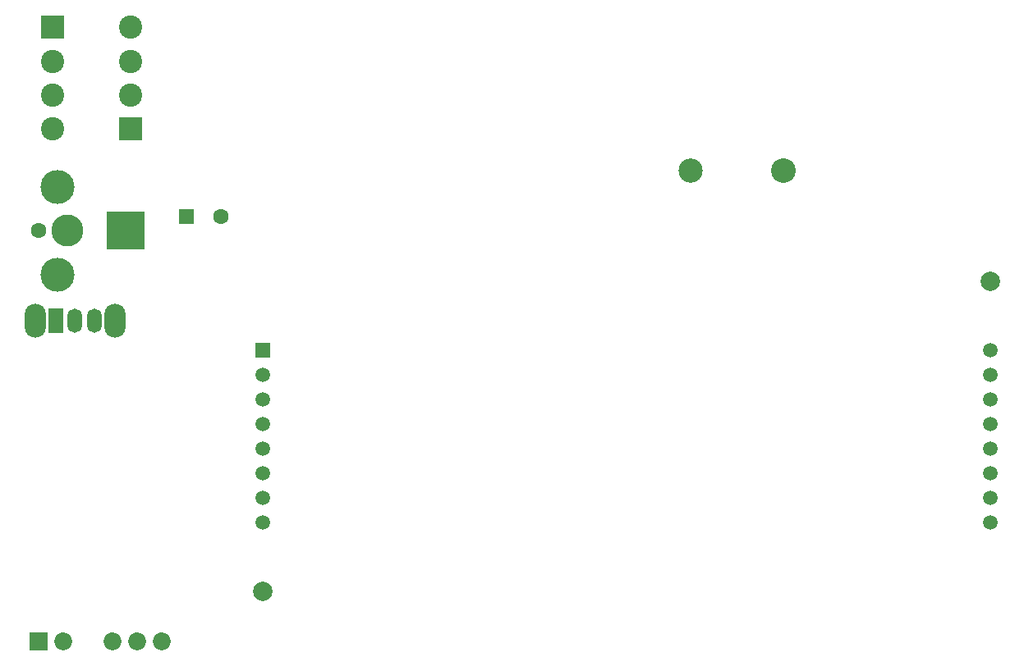
<source format=gbr>
%TF.GenerationSoftware,KiCad,Pcbnew,(6.0.9)*%
%TF.CreationDate,2023-01-24T23:05:38+01:00*%
%TF.ProjectId,Projekt,50726f6a-656b-4742-9e6b-696361645f70,rev?*%
%TF.SameCoordinates,Original*%
%TF.FileFunction,Soldermask,Bot*%
%TF.FilePolarity,Negative*%
%FSLAX46Y46*%
G04 Gerber Fmt 4.6, Leading zero omitted, Abs format (unit mm)*
G04 Created by KiCad (PCBNEW (6.0.9)) date 2023-01-24 23:05:38*
%MOMM*%
%LPD*%
G01*
G04 APERTURE LIST*
G04 Aperture macros list*
%AMRoundRect*
0 Rectangle with rounded corners*
0 $1 Rounding radius*
0 $2 $3 $4 $5 $6 $7 $8 $9 X,Y pos of 4 corners*
0 Add a 4 corners polygon primitive as box body*
4,1,4,$2,$3,$4,$5,$6,$7,$8,$9,$2,$3,0*
0 Add four circle primitives for the rounded corners*
1,1,$1+$1,$2,$3*
1,1,$1+$1,$4,$5*
1,1,$1+$1,$6,$7*
1,1,$1+$1,$8,$9*
0 Add four rect primitives between the rounded corners*
20,1,$1+$1,$2,$3,$4,$5,0*
20,1,$1+$1,$4,$5,$6,$7,0*
20,1,$1+$1,$6,$7,$8,$9,0*
20,1,$1+$1,$8,$9,$2,$3,0*%
G04 Aperture macros list end*
%ADD10R,2.400000X2.400000*%
%ADD11C,2.400000*%
%ADD12C,2.500000*%
%ADD13C,2.540000*%
%ADD14R,1.850000X1.850000*%
%ADD15C,1.850000*%
%ADD16RoundRect,0.250000X-0.550000X-0.550000X0.550000X-0.550000X0.550000X0.550000X-0.550000X0.550000X0*%
%ADD17C,1.600000*%
%ADD18R,4.000000X4.000000*%
%ADD19C,3.300000*%
%ADD20C,3.500000*%
%ADD21O,2.200000X3.500000*%
%ADD22R,1.500000X2.500000*%
%ADD23O,1.500000X2.500000*%
%ADD24C,2.000000*%
%ADD25R,1.500000X1.500000*%
%ADD26C,1.500000*%
G04 APERTURE END LIST*
D10*
%TO.C,J2*%
X69950000Y-76250000D03*
D11*
X69950000Y-79750000D03*
X69950000Y-83250000D03*
X69950000Y-86750000D03*
%TD*%
D10*
%TO.C,J1*%
X78000000Y-86750000D03*
D11*
X78000000Y-83250000D03*
X78000000Y-79750000D03*
X78000000Y-76250000D03*
%TD*%
D12*
%TO.C,BT1*%
X135753395Y-91000000D03*
D13*
X145283395Y-91000000D03*
%TD*%
D14*
%TO.C,PS1*%
X68500000Y-139605000D03*
D15*
X71040000Y-139605000D03*
X76120000Y-139605000D03*
X78660000Y-139605000D03*
X81200000Y-139605000D03*
%TD*%
D16*
%TO.C,J4*%
X83750000Y-95755000D03*
D17*
X87350000Y-95755000D03*
%TD*%
%TO.C,J5*%
X68500000Y-97250000D03*
D18*
X77500000Y-97250000D03*
D19*
X71500000Y-97250000D03*
D20*
X70500000Y-101750000D03*
X70500000Y-92750000D03*
%TD*%
D21*
%TO.C,SW7*%
X68150000Y-106547500D03*
X76350000Y-106547500D03*
D22*
X70250000Y-106547500D03*
D23*
X72250000Y-106547500D03*
X74250000Y-106547500D03*
%TD*%
D24*
%TO.C,U4*%
X166642500Y-102500000D03*
X91642500Y-134500000D03*
D25*
X91642500Y-109610000D03*
D26*
X91642500Y-112150000D03*
X91642500Y-114690000D03*
X91642500Y-117230000D03*
X91642500Y-119770000D03*
X91642500Y-122310000D03*
X91642500Y-124850000D03*
X91642500Y-127390000D03*
X166642500Y-109610000D03*
X166642500Y-112150000D03*
X166642500Y-114690000D03*
X166642500Y-117230000D03*
X166642500Y-119770000D03*
X166642500Y-122310000D03*
X166642500Y-124850000D03*
X166642500Y-127390000D03*
%TD*%
M02*

</source>
